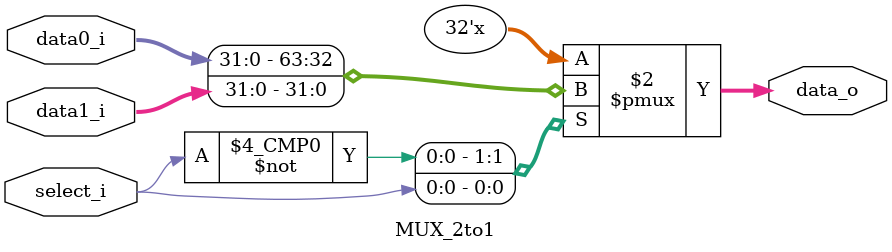
<source format=v>
/***************************************************
Student Name:Yu_Ho_Chang
Student ID: 0716046
***************************************************/

`timescale 1ns/1ps

module MUX_2to1(
	input  [32-1:0] data0_i,       
	input  [32-1:0] data1_i,
	input       	select_i,
	output  reg[32-1:0] data_o
               );
			   
/* Write your code HERE */

	always@(select_i)begin
				case(select_i)
					1'b0 :begin
						data_o<=data0_i;
					end
					1'b1 :begin
						data_o<=data1_i;	
					end
					default :begin
						data_o<=data_o;
					end
				endcase
	end					
	
endmodule      
          
</source>
